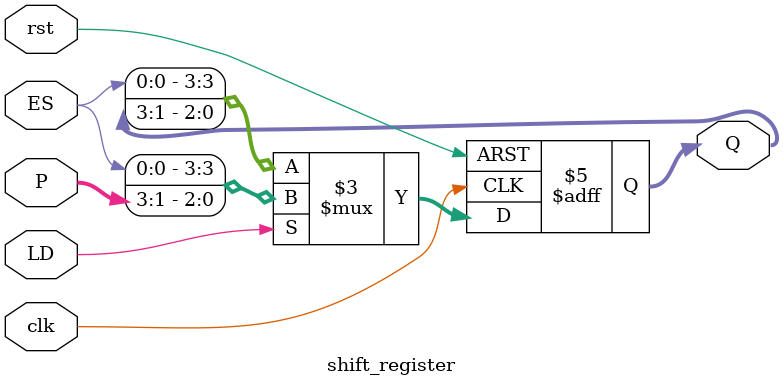
<source format=v>
`timescale 1ns / 1ps


module shift_register (
    input wire clk,          // Sinal de clock
    input wire rst,          // Sinal de reset síncrono
    input wire LD,           // Sinal de LOAD
    input wire [3:0] P,// Entrada paralela para LOAD
    input wire ES,           // Entrada do bit MSB
    output reg [3:0] Q       // Saída do registrador
);

    always @(posedge clk or posedge rst) begin
        if (rst) begin
            // Reset síncrono: zera o registrador
            Q <= 4'b0000;
        end else if (LD) begin
            // LOAD: Carrega a entrada deslocada e insere LS no MSB
            Q <= {ES, P[3:1]};
        end else begin
            // Deslocamento à direita: Insere LS no MSB
            Q <= {ES, Q[3:1]};
        end
    end

endmodule

</source>
